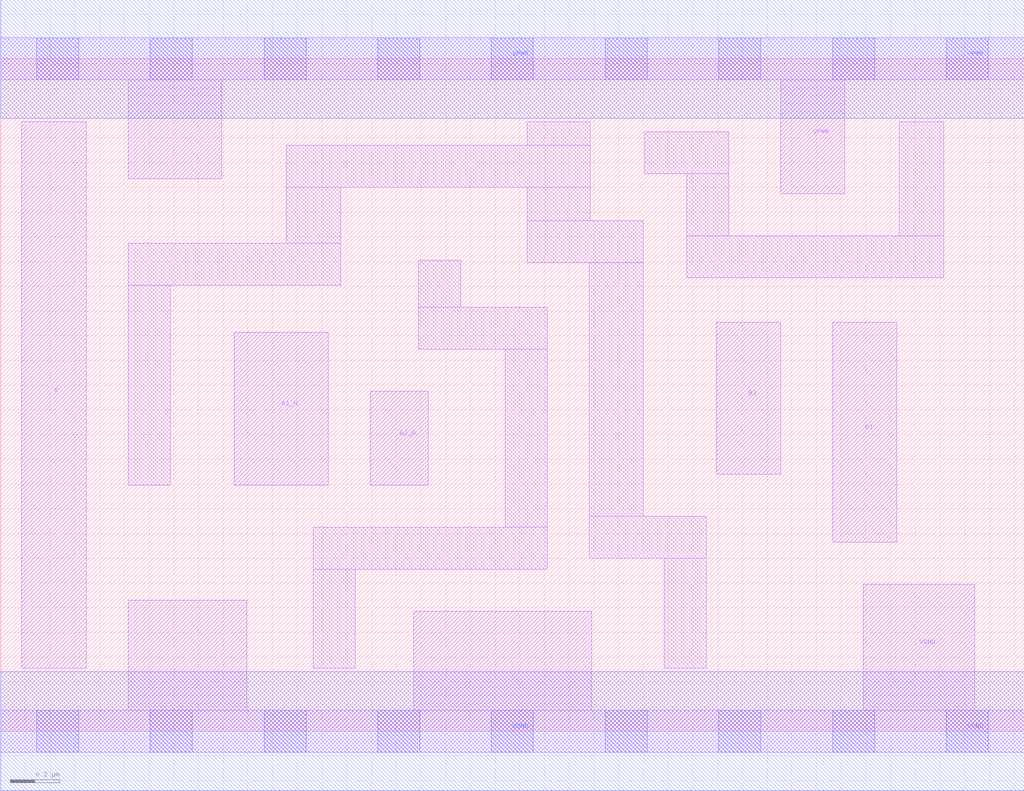
<source format=lef>
# Copyright 2020 The SkyWater PDK Authors
#
# Licensed under the Apache License, Version 2.0 (the "License");
# you may not use this file except in compliance with the License.
# You may obtain a copy of the License at
#
#     https://www.apache.org/licenses/LICENSE-2.0
#
# Unless required by applicable law or agreed to in writing, software
# distributed under the License is distributed on an "AS IS" BASIS,
# WITHOUT WARRANTIES OR CONDITIONS OF ANY KIND, either express or implied.
# See the License for the specific language governing permissions and
# limitations under the License.
#
# SPDX-License-Identifier: Apache-2.0

VERSION 5.7 ;
  NOWIREEXTENSIONATPIN ON ;
  DIVIDERCHAR "/" ;
  BUSBITCHARS "[]" ;
UNITS
  DATABASE MICRONS 200 ;
END UNITS
PROPERTYDEFINITIONS
  MACRO maskLayoutSubType STRING ;
  MACRO prCellType STRING ;
  MACRO originalViewName STRING ;
END PROPERTYDEFINITIONS
MACRO sky130_fd_sc_hdll__a2bb2o_1
  CLASS CORE ;
  FOREIGN sky130_fd_sc_hdll__a2bb2o_1 ;
  ORIGIN  0.000000  0.000000 ;
  SIZE  4.140000 BY  2.720000 ;
  SYMMETRY X Y R90 ;
  SITE unithd ;
  PIN A1_N
    ANTENNAGATEAREA  0.138600 ;
    DIRECTION INPUT ;
    USE SIGNAL ;
    PORT
      LAYER li1 ;
        RECT 0.945000 0.995000 1.325000 1.615000 ;
    END
  END A1_N
  PIN A2_N
    ANTENNAGATEAREA  0.138600 ;
    DIRECTION INPUT ;
    USE SIGNAL ;
    PORT
      LAYER li1 ;
        RECT 1.495000 0.995000 1.730000 1.375000 ;
    END
  END A2_N
  PIN B1
    ANTENNAGATEAREA  0.138600 ;
    DIRECTION INPUT ;
    USE SIGNAL ;
    PORT
      LAYER li1 ;
        RECT 3.365000 0.765000 3.625000 1.655000 ;
    END
  END B1
  PIN B2
    ANTENNAGATEAREA  0.138600 ;
    DIRECTION INPUT ;
    USE SIGNAL ;
    PORT
      LAYER li1 ;
        RECT 2.895000 1.040000 3.155000 1.655000 ;
    END
  END B2
  PIN X
    ANTENNADIFFAREA  0.439000 ;
    DIRECTION OUTPUT ;
    USE SIGNAL ;
    PORT
      LAYER li1 ;
        RECT 0.085000 0.255000 0.345000 2.465000 ;
    END
  END X
  PIN VGND
    DIRECTION INOUT ;
    USE GROUND ;
    PORT
      LAYER li1 ;
        RECT 0.000000 -0.085000 4.140000 0.085000 ;
        RECT 0.515000  0.085000 0.995000 0.530000 ;
        RECT 1.670000  0.085000 2.390000 0.485000 ;
        RECT 3.490000  0.085000 3.940000 0.595000 ;
      LAYER mcon ;
        RECT 0.145000 -0.085000 0.315000 0.085000 ;
        RECT 0.605000 -0.085000 0.775000 0.085000 ;
        RECT 1.065000 -0.085000 1.235000 0.085000 ;
        RECT 1.525000 -0.085000 1.695000 0.085000 ;
        RECT 1.985000 -0.085000 2.155000 0.085000 ;
        RECT 2.445000 -0.085000 2.615000 0.085000 ;
        RECT 2.905000 -0.085000 3.075000 0.085000 ;
        RECT 3.365000 -0.085000 3.535000 0.085000 ;
        RECT 3.825000 -0.085000 3.995000 0.085000 ;
    END
    PORT
      LAYER met1 ;
        RECT 0.000000 -0.240000 4.140000 0.240000 ;
    END
  END VGND
  PIN VPWR
    DIRECTION INOUT ;
    USE POWER ;
    PORT
      LAYER li1 ;
        RECT 0.000000 2.635000 4.140000 2.805000 ;
        RECT 0.515000 2.235000 0.895000 2.635000 ;
        RECT 3.155000 2.175000 3.415000 2.635000 ;
      LAYER mcon ;
        RECT 0.145000 2.635000 0.315000 2.805000 ;
        RECT 0.605000 2.635000 0.775000 2.805000 ;
        RECT 1.065000 2.635000 1.235000 2.805000 ;
        RECT 1.525000 2.635000 1.695000 2.805000 ;
        RECT 1.985000 2.635000 2.155000 2.805000 ;
        RECT 2.445000 2.635000 2.615000 2.805000 ;
        RECT 2.905000 2.635000 3.075000 2.805000 ;
        RECT 3.365000 2.635000 3.535000 2.805000 ;
        RECT 3.825000 2.635000 3.995000 2.805000 ;
    END
    PORT
      LAYER met1 ;
        RECT 0.000000 2.480000 4.140000 2.960000 ;
    END
  END VPWR
  OBS
    LAYER li1 ;
      RECT 0.515000 0.995000 0.685000 1.805000 ;
      RECT 0.515000 1.805000 1.375000 1.975000 ;
      RECT 1.155000 1.975000 1.375000 2.200000 ;
      RECT 1.155000 2.200000 2.385000 2.370000 ;
      RECT 1.265000 0.255000 1.435000 0.655000 ;
      RECT 1.265000 0.655000 2.210000 0.825000 ;
      RECT 1.690000 1.545000 2.210000 1.715000 ;
      RECT 1.690000 1.715000 1.860000 1.905000 ;
      RECT 2.040000 0.825000 2.210000 1.545000 ;
      RECT 2.130000 1.895000 2.600000 2.065000 ;
      RECT 2.130000 2.065000 2.385000 2.200000 ;
      RECT 2.130000 2.370000 2.385000 2.465000 ;
      RECT 2.380000 0.700000 2.855000 0.870000 ;
      RECT 2.380000 0.870000 2.600000 1.895000 ;
      RECT 2.605000 2.255000 2.945000 2.425000 ;
      RECT 2.685000 0.255000 2.855000 0.700000 ;
      RECT 2.775000 1.835000 3.815000 2.005000 ;
      RECT 2.775000 2.005000 2.945000 2.255000 ;
      RECT 3.635000 2.005000 3.815000 2.465000 ;
  END
  PROPERTY maskLayoutSubType "abstract" ;
  PROPERTY prCellType "standard" ;
  PROPERTY originalViewName "layout" ;
END sky130_fd_sc_hdll__a2bb2o_1
END LIBRARY

</source>
